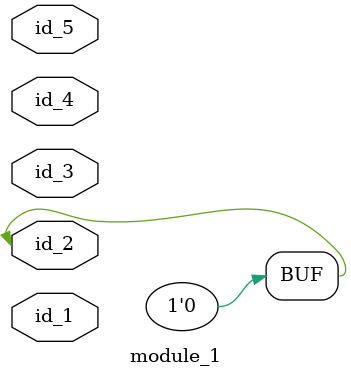
<source format=v>
module module_0 (
    id_1,
    id_2,
    id_3,
    id_4,
    id_5
);
  input wire id_5;
  inout wire id_4;
  inout wire id_3;
  inout wire id_2;
  output wire id_1;
  assign id_2 = -1;
  parameter id_6 = 1;
  wire id_7;
  wire id_8;
endmodule
module module_1 (
    id_1,
    id_2,
    id_3,
    id_4,
    id_5
);
  input wire id_5;
  input wire id_4;
  input wire id_3;
  inout wire id_2;
  input wire id_1;
  localparam id_6 = -1;
  module_0 modCall_1 (
      id_6,
      id_6,
      id_6,
      id_6,
      id_1
  );
  wire id_7;
  assign id_2 = "";
  wire id_8;
  wire id_9;
endmodule

</source>
